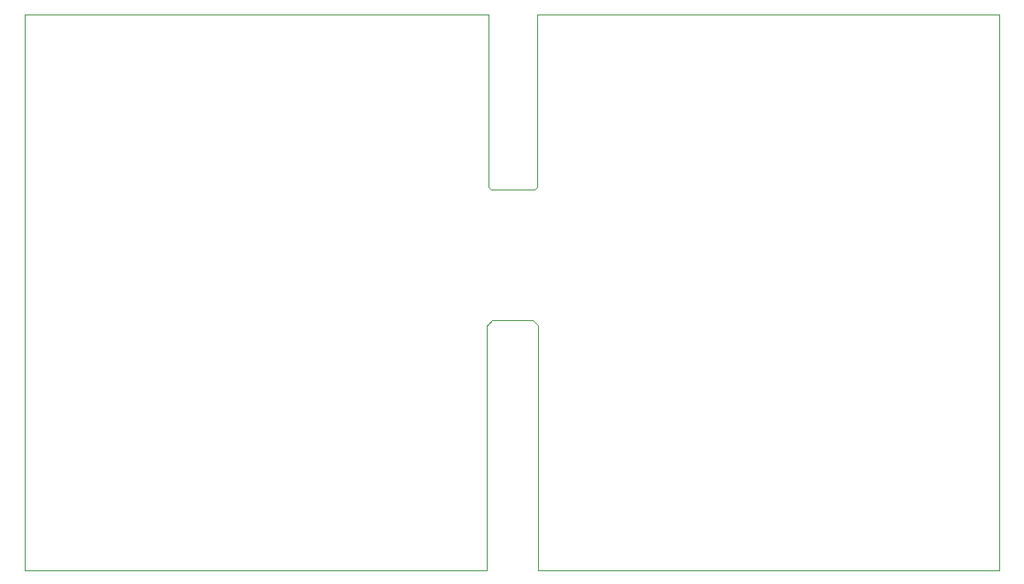
<source format=gbr>
G04*
G04 #@! TF.GenerationSoftware,Altium Limited,Altium Designer,25.0.2 (28)*
G04*
G04 Layer_Color=0*
%FSLAX44Y44*%
%MOMM*%
G71*
G04*
G04 #@! TF.SameCoordinates,8B6BD92A-2743-4FC7-A306-186CE1EE4446*
G04*
G04*
G04 #@! TF.FilePolarity,Positive*
G04*
G01*
G75*
%ADD69C,0.0254*%
D69*
X472440Y13970D02*
Y256540D01*
X473710Y257810D01*
X477520Y261620D01*
X518160D01*
X523240Y256540D01*
Y13970D01*
X980440Y13970D01*
Y565150D01*
X521970D01*
Y393700D01*
X519430Y391160D01*
X476250D01*
X473710Y393700D01*
Y565150D01*
X13970D01*
X13970Y13970D01*
X472440D01*
M02*

</source>
